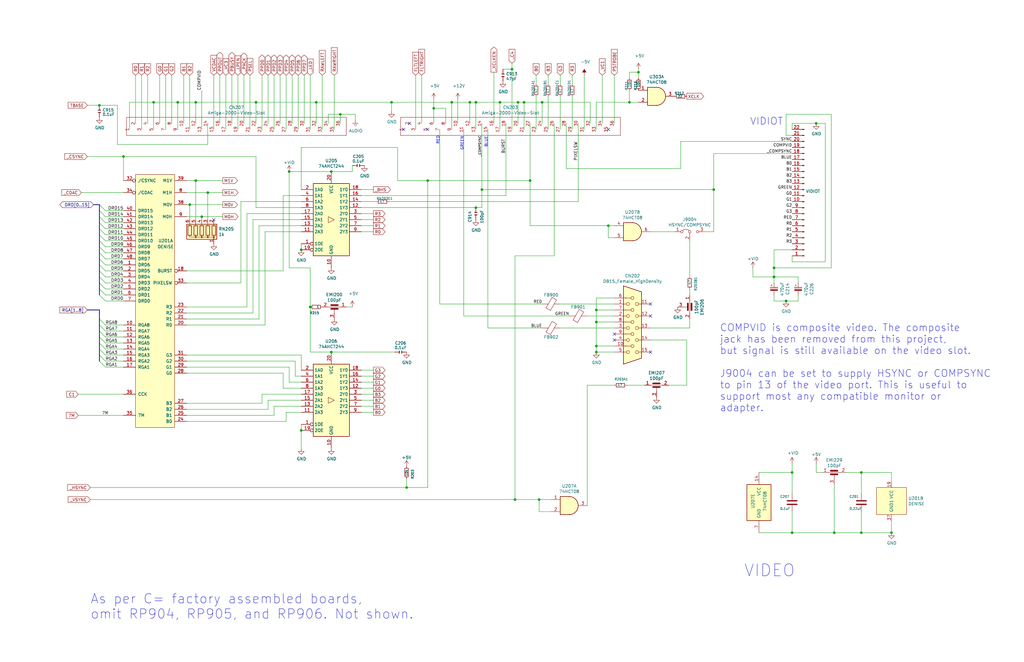
<source format=kicad_sch>
(kicad_sch (version 20231120) (generator "eeschema") (generator_version "8.0")
  (paper "B")
  (title_block (title "Amiga 2000 EATX") (date "2024-06-02") (rev "3.1"))
  (junction (at 334.01 199.39))
  (junction (at 87.63 81.28))
  (junction (at 220.98 43.18))
  (junction (at 375.92 224.79))
  (junction (at 127 105.41))
  (junction (at 139.7 148.59))
  (junction (at 331.47 127))
  (junction (at 80.01 86.36))
  (junction (at 85.09 91.44))
  (junction (at 203.2 80.01))
  (junction (at 133.35 43.18))
  (junction (at 165.1 43.18))
  (junction (at 130.81 129.54))
  (junction (at 64.77 43.18))
  (junction (at 200.66 43.18))
  (junction (at 251.46 148.59))
  (junction (at 52.07 66.04))
  (junction (at 210.82 43.18))
  (junction (at 251.46 135.89))
  (junction (at 171.45 205.74))
  (junction (at 251.46 130.81))
  (junction (at 74.93 43.18))
  (junction (at 41.91 44.45))
  (junction (at 215.9 29.21))
  (junction (at 223.52 76.2))
  (junction (at 200.66 87.63))
  (junction (at 326.39 113.03))
  (junction (at 334.01 224.79))
  (junction (at 251.46 146.05))
  (junction (at 217.17 210.82))
  (junction (at 143.51 48.26))
  (junction (at 127 181.61))
  (junction (at 300.99 80.01))
  (junction (at 228.6 43.18))
  (junction (at 363.22 199.39))
  (junction (at 182.88 45.72))
  (junction (at 121.92 72.39))
  (junction (at 139.7 72.39))
  (junction (at 227.33 210.82))
  (junction (at 190.5 43.18))
  (junction (at 256.54 95.25))
  (junction (at 344.17 52.07))
  (junction (at 269.24 30.48))
  (junction (at 218.44 43.18))
  (junction (at 198.12 43.18))
  (junction (at 351.79 224.79))
  (junction (at 107.95 43.18))
  (junction (at 265.43 43.18))
  (junction (at 180.34 76.2))
  (junction (at 82.55 43.18))
  (junction (at 82.55 76.2))
  (junction (at 326.39 116.84))
  (junction (at 363.22 224.79))
  (no_connect (at 170.18 54.61))
  (no_connect (at 259.08 143.51))
  (no_connect (at 256.54 54.61))
  (no_connect (at 259.08 140.97))
  (no_connect (at 274.32 133.35))
  (no_connect (at 90.17 92.71))
  (no_connect (at 172.72 52.07))
  (no_connect (at 274.32 148.59))
  (no_connect (at 180.34 54.61))
  (no_connect (at 274.32 128.27))
  (bus_entry (at 44.45 114.3) (size -2.54 -2.54))
  (bus_entry (at 44.45 144.78) (size -2.54 -2.54))
  (bus_entry (at 44.45 88.9) (size -2.54 -2.54))
  (bus_entry (at 44.45 116.84) (size -2.54 -2.54))
  (bus_entry (at 44.45 91.44) (size -2.54 -2.54))
  (bus_entry (at 44.45 139.7) (size -2.54 -2.54))
  (bus_entry (at 44.45 127) (size -2.54 -2.54))
  (bus_entry (at 44.45 124.46) (size -2.54 -2.54))
  (bus_entry (at 44.45 142.24) (size -2.54 -2.54))
  (bus_entry (at 44.45 149.86) (size -2.54 -2.54))
  (bus_entry (at 44.45 99.06) (size -2.54 -2.54))
  (bus_entry (at 44.45 93.98) (size -2.54 -2.54))
  (bus_entry (at 44.45 96.52) (size -2.54 -2.54))
  (bus_entry (at 44.45 106.68) (size -2.54 -2.54))
  (bus_entry (at 44.45 152.4) (size -2.54 -2.54))
  (bus_entry (at 44.45 121.92) (size -2.54 -2.54))
  (bus_entry (at 44.45 119.38) (size -2.54 -2.54))
  (bus_entry (at 44.45 111.76) (size -2.54 -2.54))
  (bus_entry (at 44.45 109.22) (size -2.54 -2.54))
  (bus_entry (at 44.45 101.6) (size -2.54 -2.54))
  (bus_entry (at 44.45 137.16) (size -2.54 -2.54))
  (bus_entry (at 44.45 154.94) (size -2.54 -2.54))
  (bus_entry (at 44.45 147.32) (size -2.54 -2.54))
  (bus_entry (at 44.45 104.14) (size -2.54 -2.54))
  (wire (pts (xy 167.64 62.23) (xy 127 62.23)))
  (wire (pts (xy 152.4 92.71) (xy 157.48 92.71)))
  (wire (pts (xy 152.4 158.75) (xy 157.48 158.75)))
  (wire (pts (xy 78.74 152.4) (xy 124.46 152.4)))
  (wire (pts (xy 347.98 110.49) (xy 334.01 110.49)))
  (wire (pts (xy 139.7 72.39) (xy 121.92 72.39)))
  (wire (pts (xy 185.42 54.61) (xy 185.42 128.27)))
  (wire (pts (xy 247.65 213.36) (xy 247.65 162.56)))
  (bus (pts (xy 41.91 114.3) (xy 41.91 116.84)))
  (wire (pts (xy 203.2 52.07) (xy 203.2 80.01)))
  (wire (pts (xy 77.47 52.07) (xy 77.47 31.75)))
  (wire (pts (xy 228.6 52.07) (xy 228.6 43.18)))
  (wire (pts (xy 87.63 60.96) (xy 87.63 52.07)))
  (wire (pts (xy 115.57 175.26) (xy 115.57 171.45)))
  (bus (pts (xy 41.91 149.86) (xy 41.91 152.4)))
  (wire (pts (xy 97.79 52.07) (xy 97.79 31.75)))
  (wire (pts (xy 215.9 26.67) (xy 215.9 29.21)))
  (wire (pts (xy 92.71 52.07) (xy 92.71 31.75)))
  (wire (pts (xy 251.46 148.59) (xy 259.08 148.59)))
  (wire (pts (xy 232.41 215.9) (xy 227.33 215.9)))
  (wire (pts (xy 85.09 54.61) (xy 85.09 38.1)))
  (wire (pts (xy 130.81 129.54) (xy 130.81 148.59)))
  (wire (pts (xy 110.49 166.37) (xy 110.49 170.18)))
  (wire (pts (xy 363.22 224.79) (xy 351.79 224.79)))
  (wire (pts (xy 265.43 33.02) (xy 265.43 30.48)))
  (wire (pts (xy 44.45 154.94) (xy 52.07 154.94)))
  (wire (pts (xy 152.4 156.21) (xy 157.48 156.21)))
  (wire (pts (xy 85.09 92.71) (xy 85.09 91.44)))
  (wire (pts (xy 200.66 87.63) (xy 203.2 87.63)))
  (wire (pts (xy 78.74 132.08) (xy 106.68 132.08)))
  (wire (pts (xy 375.92 224.79) (xy 363.22 224.79)))
  (wire (pts (xy 109.22 134.62) (xy 109.22 95.25)))
  (wire (pts (xy 251.46 54.61) (xy 251.46 43.18)))
  (wire (pts (xy 52.07 104.14) (xy 44.45 104.14)))
  (wire (pts (xy 287.02 59.69) (xy 287.02 71.12)))
  (bus (pts (xy 41.91 86.36) (xy 41.91 88.9)))
  (wire (pts (xy 259.08 130.81) (xy 251.46 130.81)))
  (bus (pts (xy 41.91 130.81) (xy 41.91 134.62)))
  (wire (pts (xy 109.22 95.25) (xy 127 95.25)))
  (wire (pts (xy 106.68 92.71) (xy 127 92.71)))
  (bus (pts (xy 41.91 116.84) (xy 41.91 119.38)))
  (wire (pts (xy 121.92 72.39) (xy 121.92 113.03)))
  (wire (pts (xy 375.92 199.39) (xy 375.92 203.2)))
  (wire (pts (xy 44.45 116.84) (xy 52.07 116.84)))
  (wire (pts (xy 223.52 52.07) (xy 223.52 76.2)))
  (wire (pts (xy 111.76 97.79) (xy 111.76 137.16)))
  (wire (pts (xy 165.1 43.18) (xy 165.1 46.99)))
  (bus (pts (xy 41.91 101.6) (xy 41.91 104.14)))
  (wire (pts (xy 54.61 54.61) (xy 54.61 43.18)))
  (wire (pts (xy 44.45 111.76) (xy 52.07 111.76)))
  (wire (pts (xy 274.32 97.79) (xy 284.48 97.79)))
  (wire (pts (xy 300.99 97.79) (xy 300.99 80.01)))
  (wire (pts (xy 256.54 95.25) (xy 223.52 95.25)))
  (wire (pts (xy 317.5 116.84) (xy 326.39 116.84)))
  (wire (pts (xy 149.86 48.26) (xy 149.86 50.8)))
  (wire (pts (xy 208.28 30.48) (xy 208.28 52.07)))
  (wire (pts (xy 246.38 54.61) (xy 246.38 31.75)))
  (wire (pts (xy 78.74 137.16) (xy 111.76 137.16)))
  (wire (pts (xy 113.03 168.91) (xy 113.03 172.72)))
  (wire (pts (xy 152.4 82.55) (xy 213.36 82.55)))
  (wire (pts (xy 130.81 113.03) (xy 130.81 129.54)))
  (wire (pts (xy 210.82 43.18) (xy 200.66 43.18)))
  (wire (pts (xy 127 102.87) (xy 127 105.41)))
  (wire (pts (xy 115.57 171.45) (xy 127 171.45)))
  (wire (pts (xy 375.92 219.71) (xy 375.92 224.79)))
  (wire (pts (xy 251.46 125.73) (xy 251.46 130.81)))
  (wire (pts (xy 334.01 57.15) (xy 331.47 57.15)))
  (wire (pts (xy 171.45 201.93) (xy 171.45 205.74)))
  (wire (pts (xy 52.07 119.38) (xy 44.45 119.38)))
  (wire (pts (xy 363.22 199.39) (xy 375.92 199.39)))
  (wire (pts (xy 52.07 81.28) (xy 34.29 81.28)))
  (wire (pts (xy 180.34 76.2) (xy 167.64 76.2)))
  (wire (pts (xy 118.11 52.07) (xy 118.11 31.75)))
  (wire (pts (xy 152.4 97.79) (xy 157.48 97.79)))
  (wire (pts (xy 218.44 52.07) (xy 218.44 43.18)))
  (bus (pts (xy 41.91 111.76) (xy 41.91 114.3)))
  (wire (pts (xy 52.07 66.04) (xy 107.95 66.04)))
  (wire (pts (xy 236.22 40.64) (xy 236.22 54.61)))
  (wire (pts (xy 72.39 52.07) (xy 72.39 31.75)))
  (wire (pts (xy 344.17 199.39) (xy 344.17 195.58)))
  (wire (pts (xy 120.65 173.99) (xy 120.65 177.8)))
  (wire (pts (xy 334.01 54.61) (xy 334.01 52.07)))
  (wire (pts (xy 271.78 162.56) (xy 264.16 162.56)))
  (wire (pts (xy 106.68 132.08) (xy 106.68 92.71)))
  (wire (pts (xy 64.77 43.18) (xy 74.93 43.18)))
  (bus (pts (xy 41.91 99.06) (xy 41.91 101.6)))
  (wire (pts (xy 220.98 54.61) (xy 220.98 43.18)))
  (wire (pts (xy 363.22 208.28) (xy 363.22 199.39)))
  (wire (pts (xy 300.99 80.01) (xy 203.2 80.01)))
  (wire (pts (xy 138.43 52.07) (xy 138.43 48.26)))
  (wire (pts (xy 334.01 195.58) (xy 334.01 199.39)))
  (wire (pts (xy 227.33 215.9) (xy 227.33 210.82)))
  (wire (pts (xy 265.43 30.48) (xy 269.24 30.48)))
  (wire (pts (xy 143.51 52.07) (xy 143.51 48.26)))
  (wire (pts (xy 44.45 127) (xy 52.07 127)))
  (wire (pts (xy 127 179.07) (xy 127 181.61)))
  (wire (pts (xy 205.74 54.61) (xy 205.74 138.43)))
  (wire (pts (xy 127 181.61) (xy 127 189.23)))
  (wire (pts (xy 259.08 135.89) (xy 251.46 135.89)))
  (wire (pts (xy 54.61 43.18) (xy 64.77 43.18)))
  (wire (pts (xy 334.01 64.77) (xy 300.99 64.77)))
  (bus (pts (xy 41.91 93.98) (xy 41.91 96.52)))
  (wire (pts (xy 78.74 91.44) (xy 85.09 91.44)))
  (wire (pts (xy 180.34 76.2) (xy 180.34 205.74)))
  (wire (pts (xy 107.95 43.18) (xy 133.35 43.18)))
  (wire (pts (xy 44.45 106.68) (xy 52.07 106.68)))
  (wire (pts (xy 78.74 170.18) (xy 110.49 170.18)))
  (wire (pts (xy 182.88 52.07) (xy 182.88 45.72)))
  (wire (pts (xy 326.39 113.03) (xy 326.39 116.84)))
  (wire (pts (xy 44.45 139.7) (xy 52.07 139.7)))
  (wire (pts (xy 215.9 29.21) (xy 215.9 54.61)))
  (wire (pts (xy 326.39 105.41) (xy 326.39 113.03)))
  (wire (pts (xy 200.66 54.61) (xy 200.66 43.18)))
  (bus (pts (xy 41.91 88.9) (xy 41.91 91.44)))
  (wire (pts (xy 317.5 116.84) (xy 317.5 113.03)))
  (wire (pts (xy 82.55 43.18) (xy 107.95 43.18)))
  (wire (pts (xy 41.91 44.45) (xy 49.53 44.45)))
  (wire (pts (xy 326.39 127) (xy 326.39 124.46)))
  (wire (pts (xy 64.77 54.61) (xy 64.77 43.18)))
  (wire (pts (xy 152.4 166.37) (xy 157.48 166.37)))
  (bus (pts (xy 41.91 104.14) (xy 41.91 106.68)))
  (wire (pts (xy 351.79 204.47) (xy 351.79 224.79)))
  (wire (pts (xy 44.45 147.32) (xy 52.07 147.32)))
  (wire (pts (xy 125.73 54.61) (xy 125.73 31.75)))
  (wire (pts (xy 148.59 72.39) (xy 148.59 69.85)))
  (wire (pts (xy 152.4 171.45) (xy 157.48 171.45)))
  (wire (pts (xy 350.52 113.03) (xy 326.39 113.03)))
  (wire (pts (xy 127 97.79) (xy 111.76 97.79)))
  (wire (pts (xy 334.01 215.9) (xy 334.01 224.79)))
  (wire (pts (xy 80.01 86.36) (xy 93.98 86.36)))
  (wire (pts (xy 363.22 215.9) (xy 363.22 224.79)))
  (bus (pts (xy 41.91 137.16) (xy 41.91 139.7)))
  (wire (pts (xy 187.96 52.07) (xy 187.96 45.72)))
  (wire (pts (xy 297.18 97.79) (xy 300.99 97.79)))
  (wire (pts (xy 336.55 127) (xy 331.47 127)))
  (wire (pts (xy 265.43 38.1) (xy 265.43 43.18)))
  (wire (pts (xy 231.14 54.61) (xy 231.14 40.64)))
  (wire (pts (xy 152.4 80.01) (xy 157.48 80.01)))
  (wire (pts (xy 350.52 48.26) (xy 350.52 113.03)))
  (wire (pts (xy 289.56 143.51) (xy 274.32 143.51)))
  (wire (pts (xy 248.92 52.07) (xy 248.92 43.18)))
  (wire (pts (xy 251.46 146.05) (xy 251.46 148.59)))
  (wire (pts (xy 36.83 44.45) (xy 41.91 44.45)))
  (wire (pts (xy 331.47 57.15) (xy 331.47 48.26)))
  (bus (pts (xy 39.37 86.36) (xy 41.91 86.36)))
  (wire (pts (xy 78.74 114.3) (xy 119.38 114.3)))
  (wire (pts (xy 44.45 96.52) (xy 52.07 96.52)))
  (wire (pts (xy 107.95 52.07) (xy 107.95 43.18)))
  (wire (pts (xy 78.74 149.86) (xy 127 149.86)))
  (wire (pts (xy 52.07 109.22) (xy 44.45 109.22)))
  (wire (pts (xy 220.98 43.18) (xy 218.44 43.18)))
  (wire (pts (xy 223.52 76.2) (xy 223.52 95.25)))
  (wire (pts (xy 195.58 133.35) (xy 240.03 133.35)))
  (wire (pts (xy 110.49 54.61) (xy 110.49 31.75)))
  (wire (pts (xy 82.55 52.07) (xy 82.55 43.18)))
  (wire (pts (xy 135.89 54.61) (xy 135.89 31.75)))
  (wire (pts (xy 38.1 205.74) (xy 171.45 205.74)))
  (wire (pts (xy 166.37 148.59) (xy 139.7 148.59)))
  (bus (pts (xy 41.91 134.62) (xy 41.91 137.16)))
  (wire (pts (xy 175.26 54.61) (xy 175.26 31.75)))
  (wire (pts (xy 217.17 107.95) (xy 217.17 210.82)))
  (wire (pts (xy 254 52.07) (xy 254 31.75)))
  (wire (pts (xy 87.63 92.71) (xy 87.63 81.28)))
  (wire (pts (xy 121.92 161.29) (xy 121.92 154.94)))
  (wire (pts (xy 203.2 80.01) (xy 203.2 87.63)))
  (wire (pts (xy 119.38 163.83) (xy 127 163.83)))
  (bus (pts (xy 41.91 139.7) (xy 41.91 142.24)))
  (wire (pts (xy 259.08 125.73) (xy 251.46 125.73)))
  (wire (pts (xy 336.55 116.84) (xy 336.55 119.38)))
  (wire (pts (xy 259.08 100.33) (xy 256.54 100.33)))
  (wire (pts (xy 331.47 127) (xy 326.39 127)))
  (wire (pts (xy 59.69 54.61) (xy 59.69 31.75)))
  (wire (pts (xy 101.6 85.09) (xy 101.6 119.38)))
  (wire (pts (xy 113.03 52.07) (xy 113.03 31.75)))
  (bus (pts (xy 41.91 142.24) (xy 41.91 144.78)))
  (wire (pts (xy 247.65 162.56) (xy 259.08 162.56)))
  (wire (pts (xy 78.74 134.62) (xy 109.22 134.62)))
  (wire (pts (xy 44.45 152.4) (xy 52.07 152.4)))
  (wire (pts (xy 213.36 52.07) (xy 213.36 82.55)))
  (wire (pts (xy 67.31 52.07) (xy 67.31 31.75)))
  (wire (pts (xy 104.14 90.17) (xy 127 90.17)))
  (wire (pts (xy 133.35 43.18) (xy 165.1 43.18)))
  (wire (pts (xy 105.41 54.61) (xy 105.41 31.75)))
  (wire (pts (xy 57.15 52.07) (xy 57.15 31.75)))
  (wire (pts (xy 80.01 54.61) (xy 80.01 31.75)))
  (bus (pts (xy 41.91 147.32) (xy 41.91 149.86)))
  (bus (pts (xy 41.91 106.68) (xy 41.91 109.22)))
  (wire (pts (xy 290.83 101.6) (xy 290.83 116.84)))
  (wire (pts (xy 226.06 40.64) (xy 226.06 54.61)))
  (wire (pts (xy 223.52 76.2) (xy 180.34 76.2)))
  (bus (pts (xy 41.91 109.22) (xy 41.91 111.76)))
  (wire (pts (xy 152.4 85.09) (xy 158.75 85.09)))
  (wire (pts (xy 198.12 52.07) (xy 198.12 43.18)))
  (wire (pts (xy 290.83 121.92) (xy 290.83 124.46)))
  (wire (pts (xy 269.24 33.02) (xy 269.24 30.48)))
  (wire (pts (xy 85.09 91.44) (xy 93.98 91.44)))
  (wire (pts (xy 187.96 45.72) (xy 182.88 45.72)))
  (wire (pts (xy 334.01 224.79) (xy 351.79 224.79)))
  (wire (pts (xy 101.6 85.09) (xy 127 85.09)))
  (wire (pts (xy 127 161.29) (xy 121.92 161.29)))
  (wire (pts (xy 146.05 129.54) (xy 148.59 129.54)))
  (wire (pts (xy 52.07 93.98) (xy 44.45 93.98)))
  (wire (pts (xy 52.07 99.06) (xy 44.45 99.06)))
  (wire (pts (xy 44.45 144.78) (xy 52.07 144.78)))
  (wire (pts (xy 336.55 124.46) (xy 336.55 127)))
  (wire (pts (xy 287.02 59.69) (xy 334.01 59.69)))
  (wire (pts (xy 52.07 76.2) (xy 52.07 66.04)))
  (wire (pts (xy 119.38 114.3) (xy 119.38 82.55)))
  (wire (pts (xy 69.85 54.61) (xy 69.85 31.75)))
  (wire (pts (xy 44.45 121.92) (xy 52.07 121.92)))
  (wire (pts (xy 326.39 119.38) (xy 326.39 116.84)))
  (wire (pts (xy 152.4 173.99) (xy 157.48 173.99)))
  (wire (pts (xy 287.02 71.12) (xy 238.76 71.12)))
  (wire (pts (xy 259.08 146.05) (xy 251.46 146.05)))
  (wire (pts (xy 119.38 82.55) (xy 127 82.55)))
  (wire (pts (xy 233.68 52.07) (xy 233.68 107.95)))
  (wire (pts (xy 78.74 86.36) (xy 80.01 86.36)))
  (wire (pts (xy 82.55 76.2) (xy 93.98 76.2)))
  (wire (pts (xy 138.43 48.26) (xy 143.51 48.26)))
  (wire (pts (xy 44.45 101.6) (xy 52.07 101.6)))
  (wire (pts (xy 152.4 95.25) (xy 157.48 95.25)))
  (wire (pts (xy 104.14 129.54) (xy 104.14 90.17)))
  (wire (pts (xy 74.93 43.18) (xy 82.55 43.18)))
  (wire (pts (xy 231.14 35.56) (xy 231.14 31.75)))
  (wire (pts (xy 120.65 54.61) (xy 120.65 31.75)))
  (wire (pts (xy 334.01 208.28) (xy 334.01 199.39)))
  (wire (pts (xy 33.02 175.26) (xy 52.07 175.26)))
  (wire (pts (xy 127 168.91) (xy 113.03 168.91)))
  (wire (pts (xy 265.43 43.18) (xy 269.24 43.18)))
  (wire (pts (xy 212.09 29.21) (xy 215.9 29.21)))
  (wire (pts (xy 102.87 52.07) (xy 102.87 31.75)))
  (wire (pts (xy 182.88 45.72) (xy 182.88 41.91)))
  (wire (pts (xy 115.57 54.61) (xy 115.57 31.75)))
  (wire (pts (xy 185.42 128.27) (xy 228.6 128.27)))
  (wire (pts (xy 228.6 43.18) (xy 220.98 43.18)))
  (wire (pts (xy 52.07 114.3) (xy 44.45 114.3)))
  (wire (pts (xy 78.74 157.48) (xy 119.38 157.48)))
  (wire (pts (xy 177.8 52.07) (xy 177.8 31.75)))
  (wire (pts (xy 236.22 128.27) (xy 259.08 128.27)))
  (wire (pts (xy 190.5 54.61) (xy 190.5 43.18)))
  (wire (pts (xy 127 166.37) (xy 110.49 166.37)))
  (wire (pts (xy 139.7 148.59) (xy 130.81 148.59)))
  (bus (pts (xy 41.91 144.78) (xy 41.91 147.32)))
  (wire (pts (xy 133.35 52.07) (xy 133.35 43.18)))
  (wire (pts (xy 128.27 52.07) (xy 128.27 31.75)))
  (wire (pts (xy 127 158.75) (xy 124.46 158.75)))
  (wire (pts (xy 346.71 199.39) (xy 344.17 199.39)))
  (wire (pts (xy 334.01 52.07) (xy 344.17 52.07)))
  (wire (pts (xy 152.4 87.63) (xy 200.66 87.63)))
  (wire (pts (xy 82.55 92.71) (xy 82.55 76.2)))
  (wire (pts (xy 127 62.23) (xy 127 80.01)))
  (wire (pts (xy 344.17 52.07) (xy 347.98 52.07)))
  (wire (pts (xy 143.51 48.26) (xy 149.86 48.26)))
  (wire (pts (xy 123.19 52.07) (xy 123.19 31.75)))
  (wire (pts (xy 251.46 135.89) (xy 251.46 146.05)))
  (wire (pts (xy 195.58 54.61) (xy 195.58 133.35)))
  (wire (pts (xy 127 156.21) (xy 127 149.86)))
  (bus (pts (xy 41.91 119.38) (xy 41.91 121.92)))
  (wire (pts (xy 334.01 199.39) (xy 320.04 199.39)))
  (wire (pts (xy 107.95 87.63) (xy 107.95 66.04)))
  (wire (pts (xy 217.17 107.95) (xy 233.68 107.95)))
  (wire (pts (xy 251.46 130.81) (xy 251.46 135.89)))
  (wire (pts (xy 78.74 129.54) (xy 104.14 129.54)))
  (wire (pts (xy 241.3 54.61) (xy 241.3 40.64)))
  (wire (pts (xy 49.53 60.96) (xy 87.63 60.96)))
  (wire (pts (xy 90.17 54.61) (xy 90.17 31.75)))
  (wire (pts (xy 100.33 54.61) (xy 100.33 31.75)))
  (wire (pts (xy 205.74 138.43) (xy 228.6 138.43)))
  (wire (pts (xy 52.07 88.9) (xy 44.45 88.9)))
  (wire (pts (xy 247.65 133.35) (xy 259.08 133.35)))
  (wire (pts (xy 62.23 52.07) (xy 62.23 31.75)))
  (wire (pts (xy 259.08 95.25) (xy 256.54 95.25)))
  (wire (pts (xy 33.02 166.37) (xy 52.07 166.37)))
  (wire (pts (xy 269.24 30.48) (xy 269.24 29.21)))
  (wire (pts (xy 163.83 85.09) (xy 243.84 85.09)))
  (wire (pts (xy 87.63 81.28) (xy 93.98 81.28)))
  (wire (pts (xy 289.56 162.56) (xy 289.56 143.51)))
  (wire (pts (xy 236.22 35.56) (xy 236.22 31.75)))
  (wire (pts (xy 74.93 54.61) (xy 74.93 43.18)))
  (wire (pts (xy 78.74 177.8) (xy 120.65 177.8)))
  (wire (pts (xy 44.45 91.44) (xy 52.07 91.44)))
  (wire (pts (xy 152.4 168.91) (xy 157.48 168.91)))
  (wire (pts (xy 121.92 154.94) (xy 78.74 154.94)))
  (wire (pts (xy 334.01 224.79) (xy 320.04 224.79)))
  (wire (pts (xy 256.54 100.33) (xy 256.54 95.25)))
  (wire (pts (xy 78.74 81.28) (xy 87.63 81.28)))
  (wire (pts (xy 49.53 44.45) (xy 49.53 60.96)))
  (wire (pts (xy 127 87.63) (xy 107.95 87.63)))
  (wire (pts (xy 198.12 43.18) (xy 190.5 43.18)))
  (wire (pts (xy 95.25 54.61) (xy 95.25 31.75)))
  (wire (pts (xy 78.74 175.26) (xy 115.57 175.26)))
  (wire (pts (xy 127 173.99) (xy 120.65 173.99)))
  (wire (pts (xy 80.01 92.71) (xy 80.01 86.36)))
  (bus (pts (xy 41.91 96.52) (xy 41.91 99.06)))
  (wire (pts (xy 140.97 54.61) (xy 140.97 31.75)))
  (wire (pts (xy 226.06 35.56) (xy 226.06 31.75)))
  (wire (pts (xy 193.04 52.07) (xy 193.04 41.91)))
  (wire (pts (xy 44.45 142.24) (xy 52.07 142.24)))
  (wire (pts (xy 152.4 163.83) (xy 157.48 163.83)))
  (wire (pts (xy 232.41 210.82) (xy 227.33 210.82)))
  (wire (pts (xy 119.38 157.48) (xy 119.38 163.83)))
  (wire (pts (xy 190.5 43.18) (xy 165.1 43.18)))
  (wire (pts (xy 152.4 161.29) (xy 157.48 161.29)))
  (wire (pts (xy 259.08 138.43) (xy 236.22 138.43)))
  (wire (pts (xy 227.33 210.82) (xy 217.17 210.82)))
  (wire (pts (xy 52.07 124.46) (xy 44.45 124.46)))
  (bus (pts (xy 41.91 91.44) (xy 41.91 93.98)))
  (wire (pts (xy 274.32 138.43) (xy 290.83 138.43)))
  (wire (pts (xy 130.81 113.03) (xy 121.92 113.03)))
  (wire (pts (xy 152.4 90.17) (xy 157.48 90.17)))
  (wire (pts (xy 259.08 52.07) (xy 259.08 31.75)))
  (wire (pts (xy 148.59 72.39) (xy 139.7 72.39)))
  (wire (pts (xy 331.47 48.26) (xy 350.52 48.26)))
  (wire (pts (xy 210.82 54.61) (xy 210.82 43.18)))
  (bus (pts (xy 41.91 121.92) (xy 41.91 124.46)))
  (wire (pts (xy 356.87 199.39) (xy 363.22 199.39)))
  (wire (pts (xy 130.81 54.61) (xy 130.81 31.75)))
  (wire (pts (xy 248.92 43.18) (xy 228.6 43.18)))
  (wire (pts (xy 241.3 35.56) (xy 241.3 31.75)))
  (wire (pts (xy 44.45 137.16) (xy 52.07 137.16)))
  (wire (pts (xy 334.01 105.41) (xy 326.39 105.41)))
  (wire (pts (xy 334.01 110.49) (xy 334.01 107.95)))
  (wire (pts (xy 78.74 119.38) (xy 101.6 119.38)))
  (wire (pts (xy 78.74 76.2) (xy 82.55 76.2)))
  (wire (pts (xy 290.83 134.62) (xy 290.83 138.43)))
  (wire (pts (xy 171.45 205.74) (xy 180.34 205.74)))
  (wire (pts (xy 52.07 66.04) (xy 36.83 66.04)))
  (wire (pts (xy 44.45 149.86) (xy 52.07 149.86)))
  (wire (pts (xy 218.44 43.18) (xy 210.82 43.18)))
  (wire (pts (xy 300.99 64.77) (xy 300.99 80.01)))
  (wire (pts (xy 200.66 43.18) (xy 198.12 43.18)))
  (wire (pts (xy 167.64 76.2) (xy 167.64 62.23)))
  (wire (pts (xy 78.74 172.72) (xy 113.03 172.72)))
  (wire (pts (xy 347.98 52.07) (xy 347.98 110.49)))
  (wire (pts (xy 326.39 116.84) (xy 336.55 116.84)))
  (wire (pts (xy 281.94 162.56) (xy 289.56 162.56)))
  (wire (pts (xy 217.17 210.82) (xy 38.1 210.82)))
  (wire (pts (xy 238.76 71.12) (xy 238.76 52.07)))
  (wire (pts (xy 243.84 52.07) (xy 243.84 85.09)))
  (wire (pts (xy 124.46 158.75) (xy 124.46 152.4)))
  (wire (pts (xy 251.46 43.18) (xy 265.43 43.18)))
  (bus (pts (xy 41.91 130.81) (xy 36.83 130.81)))
  (text "VIDIOT" (at 316.23 53.086 0) (effects (font (size 2.9972 2.9972)) (justify left bottom)))
  (text "BLUE" (at 205.74 62.23 90) (effects (font (size 1.1938 1.1938)) (justify left bottom)))
  (text "GREEN" (at 195.58 63.5 90) (effects (font (size 1.1938 1.1938)) (justify left bottom)))
  (text "COMPVID is composite video. The composite \njack has been removed from this project, \nbut signal is still available on the video slot.\n\nJ9004 can be set to supply HSYNC or COMPSYNC\nto pin 13 of the video port. This is useful to\nsupport most any compatible monitor or \nadapter." (at 303.53 173.99 0) (effects (font (size 2.9972 2.9972)) (justify left bottom)))
  (text "RED" (at 185.42 60.96 90) (effects (font (size 1.1938 1.1938)) (justify left bottom)))
  (text "As per C= factory assembled boards, \nomit RP904, RP905, and RP906. Not shown." (at 38.1 261.62 0) (effects (font (size 3.9878 3.9878)) (justify left bottom)))
  (text "VIDEO" (at 313.69 243.84 0) (effects (font (size 5.0038 5.0038)) (justify left bottom)))
  (label "DRD13" (at 52.07 93.98 180) (effects (font (size 1.2954 1.2954))))
  (label "DRD4" (at 52.07 116.84 180) (effects (font (size 1.2954 1.2954))))
  (label "_COMPSYNC" (at 334.01 64.77 180) (effects (font (size 1.1938 1.1938))))
  (label "RED" (at 334.01 92.71 180) (effects (font (size 1.1938 1.1938))))
  (label "GREEN" (at 240.03 133.35 180) (effects (font (size 1.1938 1.1938))))
  (label "RGA8" (at 44.45 137.16 0) (effects (font (size 1.2954 1.2954))))
  (label "R0" (at 334.01 95.25 180) (effects (font (size 1.1938 1.1938))))
  (label "B3" (at 334.01 77.47 180) (effects (font (size 1.1938 1.1938))))
  (label "DRD12" (at 52.07 96.52 180) (effects (font (size 1.2954 1.2954))))
  (label "B1" (at 334.01 72.39 180) (effects (font (size 1.1938 1.1938))))
  (label "R2" (at 334.01 100.33 180) (effects (font (size 1.1938 1.1938))))
  (label "DRD14" (at 52.07 91.44 180) (effects (font (size 1.2954 1.2954))))
  (label "COMPVID" (at 85.09 38.1 90))
  (label "G3" (at 334.01 90.17 180) (effects (font (size 1.1938 1.1938))))
  (label "DRD6" (at 52.07 111.76 180) (effects (font (size 1.2954 1.2954))))
  (label "RGA5" (at 44.45 144.78 0) (effects (font (size 1.2954 1.2954))))
  (label "RGA6" (at 44.45 142.24 0) (effects (font (size 1.2954 1.2954))))
  (label "SYNC" (at 334.01 59.69 180) (effects (font (size 1.1938 1.1938))))
  (label "RED" (at 228.6 128.27 180) (effects (font (size 1.1938 1.1938))))
  (label "7M" (at 45.72 175.26 180) (effects (font (size 1.1938 1.1938))))
  (label "DRD9" (at 52.07 104.14 180) (effects (font (size 1.2954 1.2954))))
  (label "BURST" (at 213.36 64.77 90))
  (label "R3" (at 334.01 102.87 180) (effects (font (size 1.1938 1.1938))))
  (label "PIXELSW" (at 243.84 59.69 270))
  (label "G1" (at 334.01 85.09 180) (effects (font (size 1.1938 1.1938))))
  (label "DRD11" (at 52.07 99.06 180) (effects (font (size 1.2954 1.2954))))
  (label "R1" (at 334.01 97.79 180) (effects (font (size 1.1938 1.1938))))
  (label "BLUE" (at 228.6 138.43 180) (effects (font (size 1.1938 1.1938))))
  (label "DRD7" (at 52.07 109.22 180) (effects (font (size 1.2954 1.2954))))
  (label "RGA3" (at 44.45 149.86 0) (effects (font (size 1.2954 1.2954))))
  (label "DRD5" (at 52.07 114.3 180) (effects (font (size 1.2954 1.2954))))
  (label "G2" (at 334.01 87.63 180) (effects (font (size 1.1938 1.1938))))
  (label "B0" (at 334.01 69.85 180) (effects (font (size 1.1938 1.1938))))
  (label "_COMPSYNC" (at 203.2 57.15 270) (effects (font (size 0.9906 0.9906))))
  (label "DRD1" (at 52.07 124.46 180) (effects (font (size 1.2954 1.2954))))
  (label "B2" (at 334.01 74.93 180) (effects (font (size 1.1938 1.1938))))
  (label "RGA4" (at 44.45 147.32 0) (effects (font (size 1.2954 1.2954))))
  (label "DRD10" (at 52.07 101.6 180) (effects (font (size 1.2954 1.2954))))
  (label "DRD15" (at 52.07 88.9 180) (effects (font (size 1.2954 1.2954))))
  (label "RGA7" (at 44.45 139.7 0) (effects (font (size 1.2954 1.2954))))
  (label "RGA1" (at 44.45 154.94 0) (effects (font (size 1.2954 1.2954))))
  (label "DRD0" (at 52.07 127 180) (effects (font (size 1.2954 1.2954))))
  (label "BLUE" (at 334.01 67.31 180) (effects (font (size 1.1938 1.1938))))
  (label "DRD8" (at 52.07 106.68 180) (effects (font (size 1.2954 1.2954))))
  (label "RGA2" (at 44.45 152.4 0) (effects (font (size 1.2954 1.2954))))
  (label "GREEN" (at 334.01 80.01 180) (effects (font (size 1.1938 1.1938))))
  (label "COMPVID" (at 334.01 62.23 180) (effects (font (size 1.1938 1.1938))))
  (label "DRD2" (at 52.07 121.92 180) (effects (font (size 1.2954 1.2954))))
  (label "G0" (at 334.01 82.55 180) (effects (font (size 1.1938 1.1938))))
  (label "DRD3" (at 52.07 119.38 180) (effects (font (size 1.2954 1.2954))))
  (global_label "PPD2" (shape bidirectional) (at 115.57 31.75 90) (property "Intersheetrefs" "${INTERSHEET_REFS}" (at 115.57 23.447 90) (effects (justify left))))
  (global_label "_CDAC" (shape input) (at 34.29 81.28 180) (property "Intersheetrefs" "${INTERSHEET_REFS}" (at 26.0928 81.28 0) (effects (justify right))))
  (global_label "B1" (shape output) (at 157.48 171.45 0) (property "Intersheetrefs" "${INTERSHEET_REFS}" (at 162.2905 171.45 0) (effects (justify left))))
  (global_label "XCLK" (shape output) (at 289.56 40.64 0) (property "Intersheetrefs" "${INTERSHEET_REFS}" (at 296.6686 40.64 0) (effects (justify left))))
  (global_label "_VC3" (shape input) (at 95.25 31.75 90) (property "Intersheetrefs" "${INTERSHEET_REFS}" (at 95.25 24.8833 90) (effects (justify left))))
  (global_label "M1H" (shape output) (at 93.98 81.28 0) (property "Intersheetrefs" "${INTERSHEET_REFS}" (at 100.3024 81.28 0) (effects (justify left))))
  (global_label "B2" (shape output) (at 157.48 168.91 0) (property "Intersheetrefs" "${INTERSHEET_REFS}" (at 162.2905 168.91 0) (effects (justify left))))
  (global_label "PPD4" (shape bidirectional) (at 120.65 31.75 90) (property "Intersheetrefs" "${INTERSHEET_REFS}" (at 120.65 23.447 90) (effects (justify left))))
  (global_label "B3" (shape output) (at 157.48 166.37 0) (property "Intersheetrefs" "${INTERSHEET_REFS}" (at 162.2905 166.37 0) (effects (justify left))))
  (global_label "G1" (shape input) (at 69.85 31.75 90) (property "Intersheetrefs" "${INTERSHEET_REFS}" (at 69.85 26.9395 90) (effects (justify left))))
  (global_label "G0" (shape input) (at 67.31 31.75 90) (property "Intersheetrefs" "${INTERSHEET_REFS}" (at 67.31 26.9395 90) (effects (justify left))))
  (global_label "_BHS" (shape output) (at 157.48 80.01 0) (property "Intersheetrefs" "${INTERSHEET_REFS}" (at 164.5886 80.01 0) (effects (justify left))))
  (global_label "_VC1" (shape input) (at 254 31.75 90) (property "Intersheetrefs" "${INTERSHEET_REFS}" (at 254 24.8833 90) (effects (justify left))))
  (global_label "R0" (shape output) (at 157.48 97.79 0) (property "Intersheetrefs" "${INTERSHEET_REFS}" (at 162.2905 97.79 0) (effects (justify left))))
  (global_label "R3" (shape output) (at 157.48 90.17 0) (property "Intersheetrefs" "${INTERSHEET_REFS}" (at 162.2905 90.17 0) (effects (justify left))))
  (global_label "_VSYNC" (shape input) (at 38.1 210.82 180) (property "Intersheetrefs" "${INTERSHEET_REFS}" (at 28.8142 210.82 0) (effects (justify right))))
  (global_label "R1" (shape input) (at 59.69 31.75 90) (property "Intersheetrefs" "${INTERSHEET_REFS}" (at 59.69 26.9395 90) (effects (justify left))))
  (global_label "PPD7" (shape bidirectional) (at 128.27 31.75 90) (property "Intersheetrefs" "${INTERSHEET_REFS}" (at 128.27 23.447 90) (effects (justify left))))
  (global_label "B0" (shape input) (at 226.06 31.75 90) (property "Intersheetrefs" "${INTERSHEET_REFS}" (at 226.06 26.9395 90) (effects (justify left))))
  (global_label "_PACK" (shape bidirectional) (at 102.87 31.75 90) (property "Intersheetrefs" "${INTERSHEET_REFS}" (at 102.87 22.6003 90) (effects (justify left))))
  (global_label "_LED" (shape input) (at 130.81 31.75 90) (property "Intersheetrefs" "${INTERSHEET_REFS}" (at 130.81 25.0043 90) (effects (justify left))))
  (global_label "FLTLEFT" (shape input) (at 175.26 31.75 90) (property "Intersheetrefs" "${INTERSHEET_REFS}" (at 175.26 22.1014 90) (effects (justify left))))
  (global_label "M1V" (shape output) (at 93.98 76.2 0) (property "Intersheetrefs" "${INTERSHEET_REFS}" (at 100.0605 76.2 0) (effects (justify left))))
  (global_label "B2" (shape input) (at 80.01 31.75 90) (property "Intersheetrefs" "${INTERSHEET_REFS}" (at 80.01 26.9395 90) (effects (justify left))))
  (global_label "RAWRIGHT" (shape input) (at 140.97 31.75 90) (property "Intersheetrefs" "${INTERSHEET_REFS}" (at 140.97 20.1661 90) (effects (justify left))))
  (global_label "R3" (shape input) (at 241.3 31.75 90) (property "Intersheetrefs" "${INTERSHEET_REFS}" (at 241.3 26.9395 90) (effects (justify left))))
  (global_label "R2" (shape output) (at 157.48 92.71 0) (property "Intersheetrefs" "${INTERSHEET_REFS}" (at 162.2905 92.71 0) (effects (justify left))))
  (global_label "PPD5" (shape bidirectional) (at 123.19 31.75 90) (property "Intersheetrefs" "${INTERSHEET_REFS}" (at 123.19 23.447 90) (effects (justify left))))
  (global_label "RAWLEFT" (shape input) (at 135.89 31.75 90) (property "Intersheetrefs" "${INTERSHEET_REFS}" (at 135.89 21.3757 90) (effects (justify left))))
  (global_label "G3" (shape input) (at 236.22 31.75 90) (property "Intersheetrefs" "${INTERSHEET_REFS}" (at 236.22 26.9395 90) (effects (justify left))))
  (global_label "R1" (shape output) (at 157.48 95.25 0) (property "Intersheetrefs" "${INTERSHEET_REFS}" (at 162.2905 95.25 0) (effects (justify left))))
  (global_label "G0" (shape output) (at 157.48 163.83 0) (property "Intersheetrefs" "${INTERSHEET_REFS}" (at 162.2905 163.83 0) (effects (justify left))))
  (global_label "_XCLKEN" (shape output) (at 208.28 30.48 90) (property "Intersheetrefs" "${INTERSHEET_REFS}" (at 208.28 19.9243 90) (effects (justify left))))
  (global_label "PSTROBE" (shape input) (at 259.08 31.75 90) (property "Intersheetrefs" "${INTERSHEET_REFS}" (at 259.08 20.9524 90) (effects (justify left))))
  (global_label "C1" (shape input) (at 33.02 166.37 180) (property "Intersheetrefs" "${INTERSHEET_REFS}" (at 28.2095 166.37 0) (effects (justify right))))
  (global_label "B1" (shape input) (at 77.47 31.75 90) (property "Intersheetrefs" "${INTERSHEET_REFS}" (at 77.47 26.9395 90) (effects (justify left))))
  (global_label "B0" (shape output) (at 157.48 173.99 0) (property "Intersheetrefs" "${INTERSHEET_REFS}" (at 162.2905 173.99 0) (effects (justify left))))
  (global_label "R0" (shape input) (at 57.15 31.75 90) (property "Intersheetrefs" "${INTERSHEET_REFS}" (at 57.15 26.9395 90) (effects (justify left))))
  (global_label "_CSYNC" (shape input) (at 36.83 66.04 180) (property "Intersheetrefs" "${INTERSHEET_REFS}" (at 27.3628 66.04 0) (effects (justify right))))
  (global_label "RGA[1..8]" (shape input) (at 36.83 130.81 180) (effects (font (size 1.2954 1.2954))) (property "Intersheetrefs" "${INTERSHEET_REFS}" (at 25.3232 130.81 0) (effects (justify right))))
  (global_label "M0V" (shape output) (at 93.98 86.36 0) (property "Intersheetrefs" "${INTERSHEET_REFS}" (at 100.0605 86.36 0) (effects (justify left))))
  (global_label "G2" (shape input) (at 72.39 31.75 90) (property "Intersheetrefs" "${INTERSHEET_REFS}" (at 72.39 26.9395 90) (effects (justify left))))
  (global_label "PPOUT" (shape bidirectional) (at 92.71 31.75 90) (property "Intersheetrefs" "${INTERSHEET_REFS}" (at 92.71 22.2979 90) (effects (justify left))))
  (global_label "7M" (shape input) (at 33.02 175.26 180) (property "Intersheetrefs" "${INTERSHEET_REFS}" (at 28.0281 175.26 0) (effects (justify right))))
  (global_label "G1" (shape output) (at 157.48 161.29 0) (property "Intersheetrefs" "${INTERSHEET_REFS}" (at 162.2905 161.29 0) (effects (justify left))))
  (global_label "PBUSY" (shape bidirectional) (at 97.79 31.75 90) (property "Intersheetrefs" "${INTERSHEET_REFS}" (at 97.79 22.2979 90) (effects (justify left))))
  (global_label "PPD0" (shape bidirectional) (at 110.49 31.75 90) (property "Intersheetrefs" "${INTERSHEET_REFS}" (at 110.49 23.447 90) (effects (justify left))))
  (global_label "FLTRIGHT" (shape input) (at 177.8 31.75 90) (property "Intersheetrefs" "${INTERSHEET_REFS}" (at 177.8 20.8918 90) (effects (justify left))))
  (global_label "R2" (shape input) (at 62.23 31.75 90) (property "Intersheetrefs" "${INTERSHEET_REFS}" (at 62.23 26.9395 90) (effects (justify left))))
  (global_label "B3" (shape input) (at 231.14 31.75 90) (property "Intersheetrefs" "${INTERSHEET_REFS}" (at 231.14 26.9395 90) (effects (justify left))))
  (global_label "_C4" (shape input) (at 215.9 26.67 90) (property "Intersheetrefs" "${INTERSHEET_REFS}" (at 215.9 20.8919 90) (effects (justify left))))
  (global_label "M0H" (shape output) (at 93.98 91.44 0) (property "Intersheetrefs" "${INTERSHEET_REFS}" (at 100.3024 91.44 0) (effects (justify left))))
  (global_label "_HSYNC" (shape input) (at 38.1 205.74 180) (property "Intersheetrefs" "${INTERSHEET_REFS}" (at 28.5723 205.74 0) (effects (justify right))))
  (global_label "TBASE" (shape input) (at 36.83 44.45 180) (property "Intersheetrefs" "${INTERSHEET_REFS}" (at 28.8143 44.45 0) (effects (justify right))))
  (global_label "PPD6" (shape bidirectional) (at 125.73 31.75 90) (property "Intersheetrefs" "${INTERSHEET_REFS}" (at 125.73 23.447 90) (effects (justify left))))
  (global_label "PPD3" (shape bidirectional) (at 118.11 31.75 90) (property "Intersheetrefs" "${INTERSHEET_REFS}" (at 118.11 23.447 90) (effects (justify left))))
  (global_label "G2" (shape output) (at 157.48 158.75 0) (property "Intersheetrefs" "${INTERSHEET_REFS}" (at 162.2905 158.75 0) (effects (justify left))))
  (global_label "PPD1" (shape bidirectional) (at 113.03 31.75 90) (property "Intersheetrefs" "${INTERSHEET_REFS}" (at 113.03 23.447 90) (effects (justify left))))
  (global_label "_LPEN" (shape input) (at 100.33 31.75 90) (property "Intersheetrefs" "${INTERSHEET_REFS}" (at 100.33 23.6738 90) (effects (justify left))))
  (global_label "PSEL" (shape input) (at 105.41 31.75 90) (property "Intersheetrefs" "${INTERSHEET_REFS}" (at 105.41 24.7624 90) (effects (justify left))))
  (global_label "G3" (shape output) (at 157.48 156.21 0) (property "Intersheetrefs" "${INTERSHEET_REFS}" (at 162.2905 156.21 0) (effects (justify left))))
  (global_label "DRD[0..15]" (shape bidirectional) (at 39.37 86.36 180) (effects (font (size 1.2954 1.2954))) (property "Intersheetrefs" "${INTERSHEET_REFS}" (at 25.4728 86.36 0) (effects (justify right))))
  (global_label "VCDAC" (shape input) (at 90.17 31.75 90) (property "Intersheetrefs" "${INTERSHEET_REFS}" (at 90.17 23.4318 90) (effects (justify left))))
  (symbol (lib_id "Amiga-Library:Amiga-2000-Video-Slot") (at 97.79 54.61 90) (unit 1)
    (property "Reference" "CN207" (at 99.695 45.339 90))
    (property "Value" "Amiga-2000-Video-Slot" (at 99.695 47.6504 90))
    (property "Footprint" "AmigaFootprints:2x18_P2.54mm_Horizontal" (effects (hide yes)))
  )
  (symbol (lib_id "Amiga-Library:Amiga-2000-Video-Slot") (at 213.36 54.61 90) (unit 1)
    (property "Reference" "CN203" (at 215.265 45.339 90))
    (property "Value" "Amiga-2000-Video-Slot" (at 215.265 47.6504 90))
    (property "Footprint" "AmigaFootprints:2x18_P2.54mm_Horizontal" (effects (hide yes)))
  )
  (symbol (lib_id "power:+5V") (at 182.88 41.91 0) (unit 1)
    (property "Reference" "#PWR0182" (effects (hide yes)))
    (property "Value" "+5V" (at 183.3118 36.2458 0))
  )
  (symbol (lib_id "power:+12V") (at 193.04 41.91 0) (unit 1)
    (property "Reference" "#PWR0183" (effects (hide yes)))
    (property "Value" "+12V" (at 193.4718 36.2458 0))
  )
  (symbol (lib_id "Amiga-Library:C_Small") (at 212.09 31.75 0) (unit 1)
    (property "Reference" "C913" (at 213.4108 31.1912 0) (effects (font (size 1.1938 1.1938)) (justify left)))
    (property "Value" "47pF" (at 213.36 33.274 0) (effects (font (size 1.1938 1.1938)) (justify left)))
    (property "Footprint" "Capacitor_SMD:C_1206_3216Metric" (effects (hide yes)))
  )
  (symbol (lib_id "power:GND") (at 212.09 34.29 0) (unit 1)
    (property "Reference" "#PWR0184" (effects (hide yes)))
    (property "Value" "GND" (at 212.217 38.6842 0))
  )
  (symbol (lib_id "Device:R_Small") (at 226.06 38.1 0) (unit 1)
    (property "Reference" "RN201A1" (at 224.79 40.64 90) (effects (font (size 0.9906 0.9906)) (justify left)))
    (property "Value" "47" (at 226.06 39.37 90) (effects (font (size 0.9906 0.9906)) (justify left)))
    (property "Footprint" "Resistor_SMD:R_1206_3216Metric" (effects (hide yes)))
  )
  (symbol (lib_id "Device:R_Small") (at 231.14 38.1 0) (unit 1)
    (property "Reference" "RN201B1" (at 229.87 40.64 90) (effects (font (size 0.9906 0.9906)) (justify left)))
    (property "Value" "47" (at 231.14 39.37 90) (effects (font (size 0.9906 0.9906)) (justify left)))
    (property "Footprint" "Resistor_SMD:R_1206_3216Metric" (effects (hide yes)))
  )
  (symbol (lib_id "Device:R_Small") (at 236.22 38.1 0) (unit 1)
    (property "Reference" "RN201C1" (at 234.95 40.64 90) (effects (font (size 0.9906 0.9906)) (justify left)))
    (property "Value" "47" (at 236.22 39.37 90) (effects (font (size 0.9906 0.9906)) (justify left)))
    (property "Footprint" "Resistor_SMD:R_1206_3216Metric" (effects (hide yes)))
  )
  (symbol (lib_id "Device:R_Small") (at 241.3 38.1 0) (unit 1)
    (property "Reference" "RN201D1" (at 240.03 40.64 90) (effects (font (size 0.9906 0.9906)) (justify left)))
    (property "Value" "47" (at 241.3 39.37 90) (effects (font (size 0.9906 0.9906)) (justify left)))
    (property "Footprint" "Resistor_SMD:R_1206_3216Metric" (effects (hide yes)))
  )
  (symbol (lib_id "power:GND") (at 165.1 46.99 0) (unit 1)
    (property "Reference" "#PWR0185" (effects (hide yes)))
    (property "Value" "GND" (at 165.227 51.3842 0))
  )
  (symbol (lib_id "power:-5V") (at 246.38 31.75 0) (unit 1)
    (property "Reference" "#PWR0186" (effects (hide yes)))
    (property "Value" "-5V" (at 246.8118 26.0858 0))
  )
  (symbol (lib_id "74xx:74LS08") (at 276.86 40.64 0) (unit 1)
    (property "Reference" "U303" (at 276.86 32.385 0))
    (property "Value" "74HCT08" (at 276.86 34.6964 0))
    (property "Footprint" "Package_SO:SOIC-14_3.9x8.7mm_P1.27mm" (effects (hide yes)))
    (property "Datasheet" "http://www.ti.com/lit/gpn/sn74LS08" (effects (hide yes)))
  )
  (symbol (lib_id "Device:R_Small") (at 269.24 35.56 0) (unit 1)
    (property "Reference" "R216" (at 267.97 38.1 90) (effects (font (size 0.9906 0.9906)) (justify left)))
    (property "Value" "10k" (at 269.24 36.83 90) (effects (font (size 0.9906 0.9906)) (justify left)))
    (property "Footprint" "Resistor_SMD:R_1206_3216Metric" (effects (hide yes)))
  )
  (symbol (lib_id "Device:R_Small") (at 265.43 35.56 0) (unit 1)
    (property "Reference" "R211" (at 264.16 38.1 90) (effects (font (size 0.9906 0.9906)) (justify left)))
    (property "Value" "10k" (at 265.43 36.83 90) (effects (font (size 0.9906 0.9906)) (justify left)))
    (property "Footprint" "Resistor_SMD:R_1206_3216Metric" (effects (hide yes)))
  )
  (symbol (lib_id "power:+5V") (at 269.24 29.21 0) (unit 1)
    (property "Reference" "#PWR0187" (effects (hide yes)))
    (property "Value" "+5V" (at 269.6718 23.5458 0))
  )
  (symbol (lib_id "Device:R_Small") (at 287.02 40.64 270) (unit 1)
    (property "Reference" "R212" (at 284.48 39.37 90) (effects (font (size 0.9906 0.9906)) (justify left)))
    (property "Value" "22" (at 285.75 40.64 90) (effects (font (size 0.9906 0.9906)) (justify left)))
    (property "Footprint" "Resistor_SMD:R_1206_3216Metric" (effects (hide yes)))
  )
  (symbol (lib_id "Amiga-Library:AUDIO") (at 149.86 50.8 0) (unit 1)
    (property "Reference" "#PWR0188" (effects (hide yes)))
    (property "Value" "AUDIO" (at 149.987 55.1942 0))
  )
  (symbol (lib_id "2000ATX-rescue:DB15_Female_HighDensity-Connector") (at 266.7 138.43 0) (unit 1)
    (property "Reference" "CN202" (at 266.7 116.4082 0))
    (property "Value" "DB15_Female_HighDensity" (at 266.7 118.7196 0))
    (property "Footprint" "AmigaFootprints:DSUB-15-HD_Female_Horizontal_P2.29x1.98mm_EdgePinOffset8.35mm_Housed_MountingHolesOffset10.89mm" (effects (hide yes)))
    (property "Datasheet" " ~" (effects (hide yes)))
  )
  (symbol (lib_id "power:GND") (at 276.86 167.64 0) (unit 1)
    (property "Reference" "#PWR0173" (effects (hide yes)))
    (property "Value" "GND" (at 276.987 172.0342 0))
  )
  (symbol (lib_id "2000ATX-rescue:Ferrite_Bead-Device") (at 232.41 128.27 270) (unit 1)
    (property "Reference" "FB900" (at 232.41 124.46 90))
    (property "Value" "Ferrite_Bead" (effects (hide yes)))
    (property "Footprint" "Capacitor_SMD:C_1206_3216Metric" (effects (hide yes)))
    (property "Datasheet" "https://www.vishay.com/docs/34102/ilhb.pdf" (effects (hide yes)))
    (property "Part" "ILHB1206ER750V" (effects (hide yes)))
  )
  (symbol (lib_id "2000ATX-rescue:Ferrite_Bead-Device") (at 243.84 133.35 270) (unit 1)
    (property "Reference" "FB901" (at 243.84 129.54 90))
    (property "Value" "Ferrite_Bead" (effects (hide yes)))
    (property "Footprint" "Capacitor_SMD:C_1206_3216Metric" (effects (hide yes)))
    (property "Datasheet" "https://www.vishay.com/docs/34102/ilhb.pdf" (effects (hide yes)))
    (property "Part" "ILHB1206ER750V" (effects (hide yes)))
  )
  (symbol (lib_id "2000ATX-rescue:Ferrite_Bead-Device") (at 232.41 138.43 270) (unit 1)
    (property "Reference" "FB902" (at 232.41 142.24 90))
    (property "Value" "Ferrite_Bead" (effects (hide yes)))
    (property "Footprint" "Capacitor_SMD:C_1206_3216Metric" (effects (hide yes)))
    (property "Datasheet" "https://www.vishay.com/docs/34102/ilhb.pdf" (effects (hide yes)))
    (property "Part" "ILHB1206ER750V" (effects (hide yes)))
  )
  (symbol (lib_id "power:GND") (at 251.46 148.59 0) (unit 1)
    (property "Reference" "#PWR0175" (effects (hide yes)))
    (property "Value" "GND" (at 251.587 152.9842 0))
  )
  (symbol (lib_id "Amiga-Library:C_Small") (at 41.91 46.99 0) (unit 1)
    (property "Reference" "C915" (at 43.2308 46.4312 0) (effects (font (size 1.1938 1.1938)) (justify left)))
    (property "Value" "0.1uF" (at 43.18 48.26 0) (effects (font (size 1.1938 1.1938)) (justify left)))
    (property "Footprint" "Capacitor_SMD:C_1206_3216Metric" (effects (hide yes)))
  )
  (symbol (lib_id "power:GND") (at 41.91 49.53 0) (unit 1)
    (property "Reference" "#PWR0189" (effects (hide yes)))
    (property "Value" "GND" (at 42.037 53.9242 0))
  )
  (symbol (lib_id "2000ATX-rescue:Conn_01x22_Male-Connector") (at 339.09 82.55 180) (unit 1)
    (property "Reference" "HY200" (effects (hide yes)))
    (property "Value" "VIDIOT" (at 339.8012 80.7212 0) (effects (justify right)))
    (property "Footprint" "Connector_PinSocket_2.54mm:PinSocket_1x22_P2.54mm_Vertical" (effects (hide yes)))
  )
  (symbol (lib_id "Amiga-Library:Denise") (at 64.77 93.98 0) (unit 1)
    (property "Reference" "U201" (at 69.85 101.6 0))
    (property "Value" "DENISE" (at 69.85 104.14 0))
    (property "Footprint" "Package_DIP:DIP-48_W15.24mm" (effects (hide yes)))
  )
  (symbol (lib_id "74xx:74HCT244") (at 139.7 92.71 0) (unit 1)
    (property "Reference" "U205" (at 139.7 67.7926 0))
    (property "Value" "74AHCT244" (at 139.7 70.104 0))
    (property "Footprint" "Package_SO:SOIC-20W_7.5x12.8mm_P1.27mm" (effects (hide yes)))
    (property "Datasheet" "https://assets.nexperia.com/documents/data-sheet/74HC_HCT244.pdf" (effects (hide yes)))
  )
  (symbol (lib_id "power:GND") (at 139.7 113.03 0) (unit 1)
    (property "Reference" "#PWR0190" (effects (hide yes)))
    (property "Value" "GND" (at 139.827 117.4242 0))
  )
  (symbol (lib_id "power:GND") (at 90.17 102.87 0) (unit 1)
    (property "Reference" "#PWR0191" (effects (hide yes)))
    (property "Value" "GND" (at 90.297 107.2642 0))
  )
  (symbol (lib_id "Device:R_Small") (at 161.29 85.09 270) (unit 1)
    (property "Reference" "RN203E1" (at 158.75 83.82 90) (effects (font (size 0.9906 0.9906)) (justify left)))
    (property "Value" "47" (at 160.02 85.09 90) (effects (font (size 0.9906 0.9906)) (justify left)))
    (property "Footprint" "Resistor_SMD:R_1206_3216Metric" (effects (hide yes)))
  )
  (symbol (lib_id "power:GND") (at 331.47 127 0) (unit 1)
    (property "Reference" "#PWR0204" (effects (hide yes)))
    (property "Value" "GND" (at 331.597 131.3942 0))
  )
  (symbol (lib_id "Amiga-Library:+VID") (at 317.5 113.03 0) (unit 1)
    (property "Reference" "#PWR0205" (effects (hide yes)))
    (property "Value" "+VID" (at 317.5 109.22 0))
  )
  (symbol (lib_id "74xx:74HCT244") (at 139.7 168.91 0) (unit 1)
    (property "Reference" "U206" (at 139.7 143.9926 0))
    (property "Value" "74AHCT244" (at 139.7 146.304 0))
    (property "Footprint" "Package_SO:SOIC-20W_7.5x12.8mm_P1.27mm" (effects (hide yes)))
    (property "Datasheet" "https://assets.nexperia.com/documents/data-sheet/74HC_HCT244.pdf" (effects (hide yes)))
  )
  (symbol (lib_id "power:GND") (at 139.7 189.23 0) (unit 1)
    (property "Reference" "#PWR0192" (effects (hide yes)))
    (property "Value" "GND" (at 139.827 193.6242 0))
  )
  (symbol (lib_id "power:GND") (at 344.17 52.07 0) (unit 1)
    (property "Reference" "#PWR0206" (effects (hide yes)))
    (property "Value" "GND" (at 344.297 56.4642 0))
  )
  (symbol (lib_id "power:+5V") (at 148.59 129.54 0) (unit 1)
    (property "Reference" "#PWR0193" (effects (hide yes)))
    (property "Value" "+5V" (at 149.0218 123.8758 0))
  )
  (symbol (lib_id "Device:R_Network05") (at 85.09 97.79 180) (unit 1)
    (property "Reference" "RN205" (at 92.202 96.6216 0) (effects (justify right)))
    (property "Value" "1k" (at 92.202 98.933 0) (effects (justify right)))
    (property "Footprint" "Resistor_THT:R_Array_SIP6" (effects (hide yes)))
    (property "Datasheet" "http://www.vishay.com/docs/31509/csc.pdf" (effects (hide yes)))
  )
  (symbol (lib_id "2000ATX-rescue:Jumper_3_Bridged12-Jumper") (at 290.83 97.79 0) (unit 1)
    (property "Reference" "J9004" (at 290.83 92.6084 0))
    (property "Value" "HSYNC/COMPSYNC" (at 290.83 94.9198 0))
    (property "Footprint" "Connector_PinHeader_2.54mm:PinHeader_1x03_P2.54mm_Vertical" (effects (hide yes)))
  )
  (symbol (lib_id "power:GND") (at 285.75 129.54 0) (unit 1)
    (property "Reference" "#PWR0174" (effects (hide yes)))
    (property "Value" "GND" (at 285.877 133.9342 0))
  )
  (symbol (lib_id "Amiga-Library:C_Feedthrough") (at 351.79 201.93 0) (unit 1)
    (property "Reference" "EMI229" (at 351.79 194.183 0))
    (property "Value" "100pF" (at 351.79 196.4944 0))
    (property "Footprint" "AmigaFootprints:C_1206_3216_Feedthrough" (effects (hide yes)))
  )
  (symbol (lib_id "Amiga-Library:C_Feedthrough") (at 276.86 165.1 0) (unit 1)
    (property "Reference" "EMI207" (at 276.86 157.353 0))
    (property "Value" "100pF" (at 276.86 159.6644 0))
    (property "Footprint" "AmigaFootprints:C_1206_3216_Feedthrough" (effects (hide yes)))
  )
  (symbol (lib_id "Amiga-Library:C_Feedthrough") (at 288.29 129.54 270) (unit 1)
    (property "Reference" "EMI206" (at 296.037 129.54 0))
    (property "Value" "100pF" (at 293.7256 129.54 0))
    (property "Footprint" "AmigaFootprints:C_1206_3216_Feedthrough" (effects (hide yes)))
  )
  (symbol (lib_id "Amiga-Library:Denise") (at 375.92 212.09 0) (unit 2)
    (property "Reference" "U201" (at 382.9812 210.2866 0) (effects (justify left)))
    (property "Value" "DENISE" (at 382.9812 212.598 0) (effects (justify left)))
    (property "Footprint" "Package_DIP:DIP-48_W15.24mm" (effects (hide yes)))
  )
  (symbol (lib_id "power:+5V") (at 344.17 195.58 0) (unit 1)
    (property "Reference" "#PWR0194" (effects (hide yes)))
    (property "Value" "+5V" (at 344.17 191.77 0))
  )
  (symbol (lib_id "power:GND") (at 375.92 224.79 0) (unit 1)
    (property "Reference" "#PWR0196" (effects (hide yes)))
    (property "Value" "GND" (at 376.047 229.1842 0))
  )
  (symbol (lib_id "Amiga-Library:C_Feedthrough") (at 140.97 132.08 0) (mirror y) (unit 1)
    (property "Reference" "EMI200" (at 140.97 124.333 0))
    (property "Value" "100pF" (at 140.97 126.6444 0))
    (property "Footprint" "AmigaFootprints:C_1206_3216_Feedthrough" (effects (hide yes)))
  )
  (symbol (lib_id "power:GND") (at 140.97 134.62 0) (unit 1)
    (property "Reference" "#PWR0197" (effects (hide yes)))
    (property "Value" "GND" (at 141.097 139.0142 0))
  )
  (symbol (lib_id "Device:C") (at 363.22 212.09 0) (unit 1)
    (property "Reference" "C201" (at 358.14 209.55 0) (effects (font (size 0.9906 0.9906)) (justify left)))
    (property "Value" "0.22uF" (at 358.14 214.63 0) (effects (font (size 0.9906 0.9906)) (justify left)))
    (property "Footprint" "Capacitor_SMD:C_1206_3216Metric" (effects (hide yes)))
  )
  (symbol (lib_id "Amiga-Library:C_Small") (at 168.91 148.59 270) (unit 1)
    (property "Reference" "C206" (at 168.91 144.78 90) (effects (font (size 1.1938 1.1938))))
    (property "Value" "0.1uF" (at 168.91 146.7104 90) (effects (font (size 1.1938 1.1938))))
    (property "Footprint" "Capacitor_SMD:C_1206_3216Metric" (effects (hide yes)))
  )
  (symbol (lib_id "Amiga-Library:C_Small") (at 151.13 69.85 270) (unit 1)
    (property "Reference" "C205" (at 151.13 66.04 90) (effects (font (size 1.1938 1.1938))))
    (property "Value" "0.1uF" (at 151.13 67.9704 90) (effects (font (size 1.1938 1.1938))))
    (property "Footprint" "Capacitor_SMD:C_1206_3216Metric" (effects (hide yes)))
  )
  (symbol (lib_id "power:GND") (at 171.45 148.59 0) (unit 1)
    (property "Reference" "#PWR0198" (effects (hide yes)))
    (property "Value" "GND" (at 171.577 152.9842 0))
  )
  (symbol (lib_id "power:GND") (at 153.67 69.85 0) (unit 1)
    (property "Reference" "#PWR0199" (effects (hide yes)))
    (property "Value" "GND" (at 153.797 74.2442 0))
  )
  (symbol (lib_id "Amiga-Library:+VID") (at 121.92 72.39 0) (unit 1)
    (property "Reference" "#PWR0200" (effects (hide yes)))
    (property "Value" "+VID" (at 121.92 68.58 0))
  )
  (symbol (lib_id "Device:R_Small") (at 133.35 129.54 90) (mirror x) (unit 1)
    (property "Reference" "R215" (at 134.62 132.08 90) (effects (font (size 0.9906 0.9906)) (justify left)))
    (property "Value" "1" (at 134.62 129.54 90) (effects (font (size 0.9906 0.9906)) (justify left)))
    (property "Footprint" "Resistor_SMD:R_1206_3216Metric" (effects (hide yes)))
  )
  (symbol (lib_id "2000ATX-rescue:CP_Small-Device") (at 336.55 121.92 0) (unit 1)
    (property "Reference" "C226" (at 342.265 121.92 90))
    (property "Value" "470uF" (at 339.9536 121.92 90))
    (property "Footprint" "Capacitor_SMD:CP_Elec_8x10" (effects (hide yes)))
  )
  (symbol (lib_id "2000ATX-rescue:CP_Small-Device") (at 326.39 121.92 0) (unit 1)
    (property "Reference" "C214" (at 332.105 121.92 90))
    (property "Value" "470uF" (at 329.7936 121.92 90))
    (property "Footprint" "Capacitor_SMD:CP_Elec_8x10" (effects (hide yes)))
  )
  (symbol (lib_id "Amiga-Library:+VID") (at 334.01 195.58 0) (unit 1)
    (property "Reference" "#PWR0195" (effects (hide yes)))
    (property "Value" "+VID" (at 334.391 191.1858 0))
  )
  (symbol (lib_id "74xx:74LS08") (at 240.03 213.36 0) (unit 1)
    (property "Reference" "U207" (at 240.03 205.105 0))
    (property "Value" "74HCT08" (at 240.03 207.4164 0))
    (property "Footprint" "Package_SO:SOIC-14_3.9x8.7mm_P1.27mm" (effects (hide yes)))
    (property "Datasheet" "http://www.ti.com/lit/gpn/sn74LS08" (effects (hide yes)))
  )
  (symbol (lib_id "74xx:74LS08") (at 266.7 97.79 0) (unit 2)
    (property "Reference" "U207" (at 266.7 89.535 0))
    (property "Value" "74HCT08" (at 266.7 91.8464 0))
    (property "Footprint" "Package_SO:SOIC-14_3.9x8.7mm_P1.27mm" (effects (hide yes)))
    (property "Datasheet" "http://www.ti.com/lit/gpn/sn74LS08" (effects (hide yes)))
  )
  (symbol (lib_id "74xx:74LS08") (at 320.04 212.09 0) (unit 5)
    (property "Reference" "U207" (at 317.5 214.63 90) (effects (justify left)))
    (property "Value" "74HCT08" (at 322.58 215.9 90) (effects (justify left)))
    (property "Datasheet" "http://www.ti.com/lit/gpn/sn74LS08" (effects (hide yes)))
  )
  (symbol (lib_id "Device:R_Small") (at 171.45 199.39 180) (unit 1)
    (property "Reference" "R203" (at 173.99 198.12 90) (effects (font (size 0.9906 0.9906)) (justify left)))
    (property "Value" "10k" (at 171.45 198.12 90) (effects (font (size 0.9906 0.9906)) (justify left)))
    (property "Footprint" "Resistor_SMD:R_1206_3216Metric" (effects (hide yes)))
  )
  (symbol (lib_id "power:+5V") (at 171.45 196.85 0) (unit 1)
    (property "Reference" "#PWR0201" (effects (hide yes)))
    (property "Value" "+5V" (at 171.45 193.04 0))
  )
  (symbol (lib_id "power:GND") (at 127 189.23 0) (unit 1)
    (property "Reference" "#PWR0202" (effects (hide yes)))
    (property "Value" "GND" (at 127.127 193.6242 0))
  )
  (symbol (lib_id "power:GND") (at 127 105.41 0) (unit 1)
    (property "Reference" "#PWR0203" (effects (hide yes)))
    (property "Value" "GND" (at 127.127 109.8042 0))
  )
  (symbol (lib_id "Device:C") (at 334.01 212.09 0) (unit 1)
    (property "Reference" "C207" (at 328.93 209.55 0) (effects (font (size 0.9906 0.9906)) (justify left)))
    (property "Value" "0.1uF" (at 328.93 214.63 0) (effects (font (size 0.9906 0.9906)) (justify left)))
    (property "Footprint" "Capacitor_SMD:C_1206_3216Metric" (effects (hide yes)))
  )
  (symbol (lib_id "Device:R_Small") (at 261.62 162.56 270) (unit 1)
    (property "Reference" "R203A1" (at 259.08 160.02 90) (effects (font (size 0.9906 0.9906)) (justify left)))
    (property "Value" "47" (at 260.35 162.56 90) (effects (font (size 0.9906 0.9906)) (justify left)))
    (property "Footprint" "Resistor_SMD:R_1206_3216Metric" (effects (hide yes)))
  )
  (symbol (lib_id "Device:R_Small") (at 290.83 119.38 180) (unit 1)
    (property "Reference" "R203B1" (at 293.37 116.84 90) (effects (font (size 0.9906 0.9906)) (justify left)))
    (property "Value" "47" (at 290.83 118.11 90) (effects (font (size 0.9906 0.9906)) (justify left)))
    (property "Footprint" "Resistor_SMD:R_1206_3216Metric" (effects (hide yes)))
  )
  (symbol (lib_id "Amiga-Library:C_Small") (at 200.66 90.17 180) (unit 1)
    (property "Reference" "C914" (at 198.12 91.44 90) (effects (font (size 1.1938 1.1938))))
    (property "Value" "100pF" (at 203.2 91.44 90) (effects (font (size 1.1938 1.1938))))
    (property "Footprint" "Capacitor_SMD:C_1206_3216Metric" (effects (hide yes)))
  )
  (symbol (lib_id "power:GND") (at 200.66 92.71 0) (unit 1)
    (property "Reference" "#PWR0222" (effects (hide yes)))
    (property "Value" "GND" (at 200.787 97.1042 0))
  )
)
</source>
